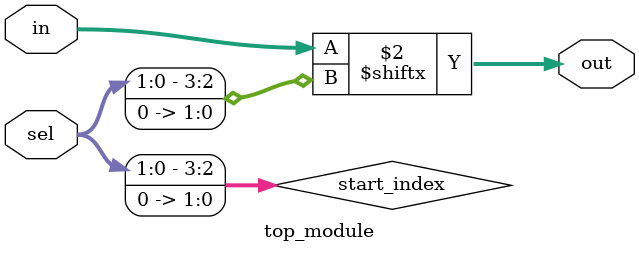
<source format=sv>
module top_module (
	input [1023:0] in,
	input [7:0] sel,
	output [3:0] out
);
    // Declare internal wire
    wire [3:0] start_index;
    
    // Calculate the starting index of the 4-bit block in the input vector
    assign start_index = sel << 2;
    
    // Extract the 4-bit block from the input vector
    assign out = in[start_index + 3 : start_index];
endmodule

</source>
